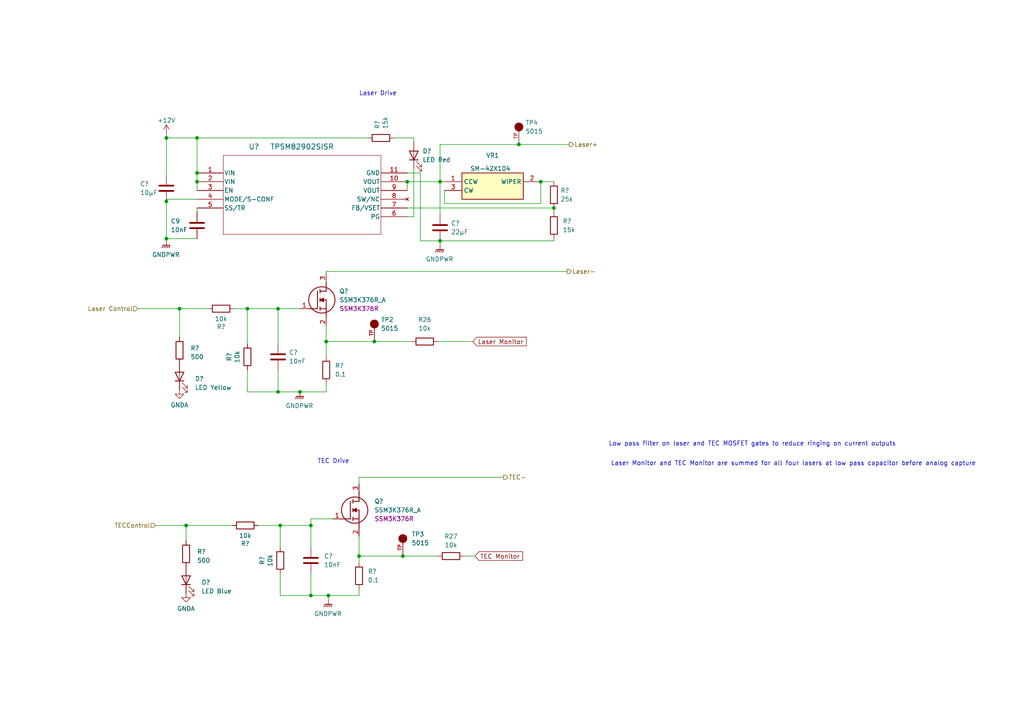
<source format=kicad_sch>
(kicad_sch (version 20230121) (generator eeschema)
  (paper "A4")
  (lib_symbols
    (symbol "Device:C" (pin_numbers hide) (pin_names (offset 0.254))
      (property "Reference" "C" (at 0.635 2.54 0))
      (property "Value" "C" (at 0.635 -2.54 0))
      (symbol "C_0_1"
        (polyline (pts (xy -2.032 -0.762) (xy 2.032 -0.762)) (stroke (width 0.508)))
        (polyline (pts (xy -2.032 0.762) (xy 2.032 0.762)) (stroke (width 0.508)))
      )
      (symbol "C_1_1"
        (pin passive line (at 0 3.81 270) (length 2.794) (name "~") (number "1"))
        (pin passive line (at 0 -3.81 90) (length 2.794) (name "~") (number "2"))
      )
    )
    (symbol "Device:LED" (pin_numbers hide) (pin_names (offset 1.016) hide)
      (property "Reference" "D" (at 0 2.54 0))
      (property "Value" "LED" (at 0 -2.54 0))
      (symbol "LED_0_1"
        (polyline (pts (xy -1.27 -1.27) (xy -1.27 1.27)) (stroke (width 0.254)))
        (polyline (pts (xy -1.27 0) (xy 1.27 0)))
        (polyline (pts (xy 1.27 -1.27) (xy 1.27 1.27) (xy -1.27 0) (xy 1.27 -1.27)) (stroke (width 0.254)))
        (polyline (pts (xy -3.048 -0.762) (xy -4.572 -2.286) (xy -3.81 -2.286) (xy -4.572 -2.286) (xy -4.572 -1.524)))
        (polyline (pts (xy -1.778 -0.762) (xy -3.302 -2.286) (xy -2.54 -2.286) (xy -3.302 -2.286) (xy -3.302 -1.524)))
      )
      (symbol "LED_1_1"
        (pin passive line (at -3.81 0 0) (length 2.54) (name "K") (number "1"))
        (pin passive line (at 3.81 0 180) (length 2.54) (name "A") (number "2"))
      )
    )
    (symbol "Device:R" (pin_numbers hide) (pin_names (offset 0))
      (property "Reference" "R" (at 2.032 0 90))
      (property "Value" "R" (at 0 0 90))
      (symbol "R_0_1"
        (rectangle (start -1.016 -2.54) (end 1.016 2.54) (stroke (width 0.254)))
      )
      (symbol "R_1_1"
        (pin passive line (at 0 3.81 270) (length 1.27) (name "~") (number "1"))
        (pin passive line (at 0 -3.81 90) (length 1.27) (name "~") (number "2"))
      )
    )
    (symbol "Global_Symbol_Library:5015" (pin_names (offset 1.016))
      (property "Reference" "TP" (at -2.54 2.54 0))
      (property "Value" "5015" (at -2.54 -3.81 0))
      (symbol "5015_0_0"
        (circle (center 0 0) (radius 0.635) (stroke (width 1.27)))
        (pin passive line (at -5.08 0 0) (length 5.08) (name "~") (number "TP"))
      )
    )
    (symbol "Global_Symbol_Library:SM-42X104"
      (property "Reference" "VR" (at 24.13 7.62 0))
      (property "Value" "SM-42X104" (at 24.13 5.08 0))
      (symbol "SM-42X104_1_1"
        (rectangle (start 5.08 2.54) (end 22.86 -5.08) (stroke (width 0.254)) (fill (type background)))
        (pin passive line (at 0 0 0) (length 5.08) (name "CCW") (number "1"))
        (pin passive line (at 27.94 0 180) (length 5.08) (name "WIPER") (number "2"))
        (pin passive line (at 0 -2.54 0) (length 5.08) (name "CW") (number "3"))
      )
    )
    (symbol "Global_Symbol_Library:SSM3K376R_A" (pin_names hide)
      (property "Reference" "Q7" (at 10.922 4.6431 0))
      (property "Value" "SSM3K376R_A" (at 10.922 2.1062 0))
      (property "Value_1" "SSM3K376R" (at 10.922 -0.4307 0))
      (symbol "SSM3K376R_A_1_1"
        (polyline (pts (xy 2.54 0) (xy 5.08 0)) (stroke (width 0.254)))
        (polyline (pts (xy 5.08 5.08) (xy 5.08 0)) (stroke (width 0.254)))
        (polyline (pts (xy 5.842 -0.508) (xy 5.842 0.508)) (stroke (width 0.254)))
        (polyline (pts (xy 5.842 0) (xy 7.62 0)) (stroke (width 0.254)))
        (polyline (pts (xy 5.842 2.032) (xy 5.842 3.048)) (stroke (width 0.254)))
        (polyline (pts (xy 5.842 5.588) (xy 5.842 4.572)) (stroke (width 0.254)))
        (polyline (pts (xy 7.62 2.54) (xy 5.842 2.54)) (stroke (width 0.254)))
        (polyline (pts (xy 7.62 2.54) (xy 7.62 -2.54)) (stroke (width 0.254)))
        (polyline (pts (xy 7.62 5.08) (xy 5.842 5.08)) (stroke (width 0.254)))
        (polyline (pts (xy 7.62 5.08) (xy 7.62 7.62)) (stroke (width 0.254)))
        (polyline (pts (xy 5.842 2.54) (xy 6.858 3.048) (xy 6.858 2.032) (xy 5.842 2.54)) (stroke (width 0.254)) (fill (type outline)))
        (circle (center 6.35 2.54) (radius 3.81) (stroke (width 0.254)))
        (pin passive line (at 0 0 0) (length 2.54) (name "G") (number "1"))
        (pin passive line (at 7.62 -5.08 90) (length 2.54) (name "S") (number "2"))
        (pin passive line (at 7.62 10.16 270) (length 2.54) (name "D") (number "3"))
      )
    )
    (symbol "Global_Symbol_Library:TPSM82902SISR_Mod" (pin_names (offset 0.254))
      (property "Reference" "U6" (at 30.48 10.16 0))
      (property "Value" "TPSM82902SISR" (at 30.48 7.62 0))
      (symbol "TPSM82902SISR_Mod_1_1"
        (polyline (pts (xy 7.62 -17.78) (xy 53.34 -17.78)) (stroke (width 0.127)))
        (polyline (pts (xy 7.62 5.08) (xy 7.62 -17.78)) (stroke (width 0.127)))
        (polyline (pts (xy 53.34 -17.78) (xy 53.34 5.08)) (stroke (width 0.127)))
        (polyline (pts (xy 53.34 5.08) (xy 7.62 5.08)) (stroke (width 0.127)))
        (pin power_in line (at 0 0 0) (length 7.62) (name "VIN") (number "1"))
        (pin output line (at 60.96 -2.54 180) (length 7.62) (name "VOUT") (number "10"))
        (pin power_in line (at 60.96 0 180) (length 7.62) (name "GND") (number "11"))
        (pin passive line (at 0 -2.54 0) (length 7.62) (name "VIN") (number "2"))
        (pin input line (at 0 -5.08 0) (length 7.62) (name "EN") (number "3"))
        (pin input line (at 0 -7.62 0) (length 7.62) (name "MODE/S-CONF") (number "4"))
        (pin input line (at 0 -10.16 0) (length 7.62) (name "SS/TR") (number "5"))
        (pin output line (at 60.96 -12.7 180) (length 7.62) (name "PG") (number "6"))
        (pin input line (at 60.96 -10.16 180) (length 7.62) (name "FB/VSET") (number "7"))
        (pin no_connect line (at 60.96 -7.62 180) (length 7.62) (name "SW/NC") (number "8"))
        (pin passive line (at 60.96 -5.08 180) (length 7.62) (name "VOUT") (number "9"))
      )
    )
    (symbol "power:+12V" (power) (pin_names (offset 0))
      (property "Value" "+12V" (at 0 3.556 0))
      (symbol "+12V_0_1"
        (polyline (pts (xy -0.762 1.27) (xy 0 2.54)))
        (polyline (pts (xy 0 0) (xy 0 2.54)))
        (polyline (pts (xy 0 2.54) (xy 0.762 1.27)))
      )
      (symbol "+12V_1_1"
        (pin power_in line (at 0 0 90) (length 0) hide (name "+12V") (number "1"))
      )
    )
    (symbol "power:GNDA" (power) (pin_names (offset 0))
      (property "Value" "GNDA" (at 0 -3.81 0))
      (symbol "GNDA_0_1"
        (polyline (pts (xy 0 0) (xy 0 -1.27) (xy 1.27 -1.27) (xy 0 -2.54) (xy -1.27 -1.27) (xy 0 -1.27)))
      )
      (symbol "GNDA_1_1"
        (pin power_in line (at 0 0 270) (length 0) hide (name "GNDA") (number "1"))
      )
    )
    (symbol "power:GNDPWR" (power) (pin_names (offset 0))
      (property "Value" "GNDPWR" (at 0 -3.302 0))
      (symbol "GNDPWR_0_1"
        (polyline (pts (xy 0 -1.27) (xy 0 0)))
        (polyline (pts (xy -1.016 -1.27) (xy -1.27 -2.032) (xy -1.27 -2.032)) (stroke (width 0.2032)))
        (polyline (pts (xy -0.508 -1.27) (xy -0.762 -2.032) (xy -0.762 -2.032)) (stroke (width 0.2032)))
        (polyline (pts (xy 0 -1.27) (xy -0.254 -2.032) (xy -0.254 -2.032)) (stroke (width 0.2032)))
        (polyline (pts (xy 0.508 -1.27) (xy 0.254 -2.032) (xy 0.254 -2.032)) (stroke (width 0.2032)))
        (polyline (pts (xy 1.016 -1.27) (xy -1.016 -1.27) (xy -1.016 -1.27)) (stroke (width 0.2032)))
        (polyline (pts (xy 1.016 -1.27) (xy 0.762 -2.032) (xy 0.762 -2.032) (xy 0.762 -2.032)) (stroke (width 0.2032)))
      )
      (symbol "GNDPWR_1_1"
        (pin power_in line (at 0 0 270) (length 0) hide (name "GNDPWR") (number "1"))
      )
    )
  )
  (junction (at 86.995 113.665))
  (junction (at 52.07 89.535))
  (junction (at 57.15 50.165))
  (junction (at 108.585 99.06))
  (junction (at 127.635 52.705))
  (junction (at 81.28 152.4))
  (junction (at 104.14 161.29))
  (junction (at 48.26 40.005))
  (junction (at 150.495 41.91))
  (junction (at 53.975 152.4))
  (junction (at 118.11 52.705))
  (junction (at 95.25 172.72))
  (junction (at 160.655 60.325))
  (junction (at 116.84 161.29))
  (junction (at 71.755 89.535))
  (junction (at 94.615 99.06))
  (junction (at 57.15 40.005))
  (junction (at 90.17 172.72))
  (junction (at 48.26 69.215))
  (junction (at 156.845 52.705))
  (junction (at 57.15 52.705))
  (junction (at 48.26 58.42))
  (junction (at 127.635 69.85))
  (junction (at 80.645 89.535))
  (junction (at 90.17 152.4))
  (junction (at 80.645 113.665))
  (wire (pts (xy 81.28 172.72) (xy 81.28 166.37)))
  (wire (pts (xy 52.07 89.535) (xy 52.07 97.79)))
  (wire (pts (xy 57.15 52.705) (xy 57.15 55.245)))
  (wire (pts (xy 164.465 78.74) (xy 94.615 78.74)))
  (wire (pts (xy 57.15 40.005) (xy 57.15 50.165)))
  (wire (pts (xy 104.14 140.335) (xy 104.14 138.43)))
  (wire (pts (xy 48.26 40.005) (xy 48.26 50.8)))
  (wire (pts (xy 86.995 113.665) (xy 80.645 113.665)))
  (wire (pts (xy 121.92 50.165) (xy 121.92 69.85)))
  (wire (pts (xy 118.11 60.325) (xy 160.655 60.325)))
  (wire (pts (xy 116.84 161.29) (xy 127 161.29)))
  (wire (pts (xy 104.14 138.43) (xy 146.05 138.43)))
  (wire (pts (xy 53.975 152.4) (xy 53.975 156.845)))
  (wire (pts (xy 90.17 166.37) (xy 90.17 172.72)))
  (wire (pts (xy 150.495 41.91) (xy 165.1 41.91)))
  (wire (pts (xy 120.015 62.865) (xy 120.015 48.895)))
  (wire (pts (xy 45.085 152.4) (xy 53.975 152.4)))
  (wire (pts (xy 90.17 152.4) (xy 90.17 158.75)))
  (wire (pts (xy 80.645 89.535) (xy 80.645 99.695)))
  (wire (pts (xy 48.26 58.42) (xy 48.26 69.215)))
  (wire (pts (xy 74.93 152.4) (xy 81.28 152.4)))
  (wire (pts (xy 67.945 89.535) (xy 71.755 89.535)))
  (wire (pts (xy 81.28 152.4) (xy 90.17 152.4)))
  (wire (pts (xy 71.755 113.665) (xy 80.645 113.665)))
  (wire (pts (xy 114.3 40.005) (xy 120.015 40.005)))
  (wire (pts (xy 127.635 69.85) (xy 160.655 69.85)))
  (wire (pts (xy 71.755 113.665) (xy 71.755 107.315)))
  (wire (pts (xy 52.07 89.535) (xy 60.325 89.535)))
  (wire (pts (xy 71.755 89.535) (xy 80.645 89.535)))
  (wire (pts (xy 104.14 161.29) (xy 104.14 163.195)))
  (wire (pts (xy 48.26 69.215) (xy 48.26 69.85)))
  (wire (pts (xy 108.585 99.06) (xy 119.38 99.06)))
  (wire (pts (xy 121.92 69.85) (xy 127.635 69.85)))
  (wire (pts (xy 57.15 40.005) (xy 106.68 40.005)))
  (wire (pts (xy 118.11 62.865) (xy 120.015 62.865)))
  (wire (pts (xy 57.15 57.785) (xy 48.26 57.785)))
  (wire (pts (xy 94.615 78.74) (xy 94.615 79.375)))
  (wire (pts (xy 57.15 50.165) (xy 57.15 52.705)))
  (wire (pts (xy 104.14 172.72) (xy 95.25 172.72)))
  (wire (pts (xy 134.62 161.29) (xy 137.795 161.29)))
  (wire (pts (xy 48.26 38.735) (xy 48.26 40.005)))
  (wire (pts (xy 80.645 107.315) (xy 80.645 113.665)))
  (wire (pts (xy 94.615 99.06) (xy 108.585 99.06)))
  (wire (pts (xy 128.905 59.055) (xy 128.905 55.245)))
  (wire (pts (xy 90.17 150.495) (xy 90.17 152.4)))
  (wire (pts (xy 71.755 89.535) (xy 71.755 99.695)))
  (wire (pts (xy 120.015 40.005) (xy 120.015 41.275)))
  (wire (pts (xy 118.11 52.705) (xy 127.635 52.705)))
  (wire (pts (xy 127 99.06) (xy 137.16 99.06)))
  (wire (pts (xy 104.14 155.575) (xy 104.14 161.29)))
  (wire (pts (xy 94.615 94.615) (xy 94.615 99.06)))
  (wire (pts (xy 94.615 99.06) (xy 94.615 103.505)))
  (wire (pts (xy 156.845 52.705) (xy 160.655 52.705)))
  (wire (pts (xy 94.615 113.665) (xy 94.615 111.125)))
  (wire (pts (xy 127.635 41.91) (xy 127.635 52.705)))
  (wire (pts (xy 104.14 161.29) (xy 116.84 161.29)))
  (wire (pts (xy 118.11 50.165) (xy 121.92 50.165)))
  (wire (pts (xy 48.26 40.005) (xy 57.15 40.005)))
  (wire (pts (xy 81.28 172.72) (xy 90.17 172.72)))
  (wire (pts (xy 80.645 89.535) (xy 86.995 89.535)))
  (wire (pts (xy 57.15 60.325) (xy 57.15 61.595)))
  (wire (pts (xy 127.635 52.705) (xy 127.635 62.23)))
  (wire (pts (xy 48.26 69.215) (xy 57.15 69.215)))
  (wire (pts (xy 81.28 152.4) (xy 81.28 158.75)))
  (wire (pts (xy 160.655 69.85) (xy 160.655 69.215)))
  (wire (pts (xy 40.005 89.535) (xy 52.07 89.535)))
  (wire (pts (xy 95.25 172.72) (xy 90.17 172.72)))
  (wire (pts (xy 127.635 71.12) (xy 127.635 69.85)))
  (wire (pts (xy 104.14 172.72) (xy 104.14 170.815)))
  (wire (pts (xy 127.635 52.705) (xy 128.905 52.705)))
  (wire (pts (xy 53.975 152.4) (xy 67.31 152.4)))
  (wire (pts (xy 128.905 59.055) (xy 156.845 59.055)))
  (wire (pts (xy 156.845 59.055) (xy 156.845 52.705)))
  (wire (pts (xy 127.635 41.91) (xy 150.495 41.91)))
  (wire (pts (xy 90.17 150.495) (xy 96.52 150.495)))
  (wire (pts (xy 118.11 52.705) (xy 118.11 55.245)))
  (wire (pts (xy 48.26 57.785) (xy 48.26 58.42)))
  (wire (pts (xy 94.615 113.665) (xy 86.995 113.665)))
  (wire (pts (xy 95.25 172.72) (xy 95.25 173.99)))
  (wire (pts (xy 160.655 61.595) (xy 160.655 60.325)))
  (text "TEC Drive" (at 92.075 134.62 0) (effects (font (size 1.27 1.27)) (justify left bottom)))
  (text "Laser Drive" (at 104.14 27.94 0) (effects (font (size 1.27 1.27)) (justify left bottom)))
  (text "Laser Monitor and TEC Monitor are summed for all four lasers at low pass capacitor before analog capture" (at 177.165 135.255 0) (effects (font (size 1.27 1.27)) (justify left bottom)))
  (text "Low pass filter on laser and TEC MOSFET gates to reduce ringing on current outputs" (at 176.53 129.54 0) (effects (font (size 1.27 1.27)) (justify left bottom)))
  (global_label "TEC Monitor" (shape input) (at 137.795 161.29 0) (property "Intersheetrefs" "${INTERSHEET_REFS}" (effects hide)))
  (global_label "Laser Monitor" (shape input) (at 137.16 99.06 0) (property "Intersheetrefs" "${INTERSHEET_REFS}" (effects hide)))
  (hierarchical_label "Laser Control" (shape input) (at 40.005 89.535 180))
  (hierarchical_label "Laser-" (shape output) (at 164.465 78.74 0))
  (hierarchical_label "TECControl" (shape input) (at 45.085 152.4 180))
  (hierarchical_label "TEC-" (shape output) (at 146.05 138.43 0))
  (hierarchical_label "Laser+" (shape output) (at 165.1 41.91 0))
  (symbol (lib_id "Global_Symbol_Library:TPSM82902SISR_Mod") (at 57.15 50.165 0) (unit 1)
    (property "Reference" "U?" (at 73.66 42.545 0) (effects (font (size 1.524 1.524))))
    (property "Value" "TPSM82902SISR" (at 87.63 42.545 0) (effects (font (size 1.524 1.524))))
    (property "Footprint" "Global_Footprint_Library:uSIP11_SIS_TEX" (effects hide))
    (property "Datasheet" "https://www.ti.com/lit/ds/symlink/tpsm82902.pdf" (effects hide))
    (property "DESCRIPTION" "3-V TO 17-V, 2-A HIGH EFFICIENCY" (effects hide))
    (property "Digikey_Part_Number" "296-TPSM82902SISRCT-ND" (effects hide))
    (property "Manufacturer Part Number" "TPSM82902SISR" (effects hide))
    (property "PRICE" "3.678" (effects hide))
    (property "Manufacturer_Name" "Texas Instruments" (effects hide))
    (instances (project "HSHS Interface Board" (path "" (reference "U?") (unit 1)) (path "" (reference "U2") (unit 1)) (path "" (reference "U3") (unit 1)) (path "" (reference "U4") (unit 1)) (path "" (reference "U5") (unit 1))))
  )
  (symbol (lib_id "power:GNDPWR") (at 86.995 113.665 0) (unit 1)
    (property "Reference" "#PWR?" (effects hide))
    (property "Value" "GNDPWR" (at 86.868 117.702 0))
    (instances (project "uniboard_hall_sensor_zones_NT_0108A" (path "" (reference "#PWR?") (unit 1))) (project "HSHS Interface Board" (path "" (reference "#PWR?") (unit 1)) (path "" (reference "#PWR032") (unit 1)) (path "" (reference "#PWR039") (unit 1)) (path "" (reference "#PWR046") (unit 1)) (path "" (reference "#PWR025") (unit 1))))
  )
  (symbol (lib_id "power:GNDPWR") (at 127.635 71.12 0) (unit 1)
    (property "Reference" "#PWR?" (effects hide))
    (property "Value" "GNDPWR" (at 127.508 75.157 0))
    (instances (project "uniboard_hall_sensor_zones_NT_0108A" (path "" (reference "#PWR?") (unit 1))) (project "HSHS Interface Board" (path "" (reference "#PWR?") (unit 1)) (path "" (reference "#PWR034") (unit 1)) (path "" (reference "#PWR041") (unit 1)) (path "" (reference "#PWR048") (unit 1)) (path "" (reference "#PWR027") (unit 1))))
  )
  (symbol (lib_id "power:GNDA") (at 53.975 172.085 0) (unit 1)
    (property "Reference" "#PWR?" (effects hide))
    (property "Value" "GNDA" (at 53.975 176.5284 0))
    (instances (project "uniboard_hall_sensor_zones_NT_0108A" (path "" (reference "#PWR?") (unit 1))) (project "HSHS Interface Board" (path "" (reference "#PWR?") (unit 1)) (path "" (reference "#PWR031") (unit 1)) (path "" (reference "#PWR038") (unit 1)) (path "" (reference "#PWR045") (unit 1)) (path "" (reference "#PWR024") (unit 1))))
  )
  (symbol (lib_id "Device:R") (at 64.135 89.535 90) (unit 1)
    (property "Reference" "R?" (at 64.135 94.7928 90))
    (property "Value" "10k" (at 64.135 92.4814 90))
    (property "Footprint" "Resistor_SMD:R_0603_1608Metric" (effects hide))
    (property "Manufacturer Part Number" "RMCF0603FT10K0" (effects hide))
    (property "Price Unit 1" ".1" (effects hide))
    (property "Description" "RES 499 OHM 1% 1/10W 0603" (effects hide))
    (property "Digikey_Part_Number" "RMCF0603FT10K0CT-ND" (effects hide))
    (property "Digikey_Price/Stock" "https://www.digikey.com/en/products/detail/yageo/RC0603FR-10499RL/14008359" (effects hide))
    (property "Manufacturer_Name" "Yageo" (effects hide))
    (property "Manufacturer_Part_Number" "RC0603FR-10499RL" (effects hide))
    (property "DESCRIPTION" "RES 10K OHM 1% 1/10W 0603" (effects hide))
    (property "PRICE" "0.0075" (effects hide))
    (instances (project "uniboard_hall_sensor_zones_NT_0108A" (path "" (reference "R?") (unit 1)) (path "" (reference "R?") (unit 1)) (path "" (reference "R?") (unit 1)) (path "" (reference "R?") (unit 1)) (path "" (reference "R?") (unit 1)) (path "" (reference "R?") (unit 1)) (path "" (reference "R?") (unit 1)) (path "" (reference "R?") (unit 1))) (project "HSHS Interface Board" (path "" (reference "R?") (unit 1)) (path "" (reference "R19") (unit 1)) (path "" (reference "R32") (unit 1)) (path "" (reference "R45") (unit 1)) (path "" (reference "R58") (unit 1))))
  )
  (symbol (lib_id "Device:C") (at 48.26 54.61 0) (unit 1)
    (property "Reference" "C?" (at 40.64 53.34 0) (effects (justify left)))
    (property "Value" "10µF" (at 40.64 55.88 0) (effects (justify left)))
    (property "Footprint" "Capacitor_SMD:C_0805_2012Metric" (effects hide))
    (property "Digikey_Part_Number" "1276-1096-1-ND" (effects hide))
    (property "DESCRIPTION" "CAP CER 10UF 16V X5R 0805" (effects hide))
    (property "Manufacturer Part Number" "CL21A106KOQNNNE" (effects hide))
    (property "PRICE" "0.07" (effects hide))
    (instances (project "HSHS Interface Board" (path "" (reference "C?") (unit 1)) (path "" (reference "C8") (unit 1)) (path "" (reference "C13") (unit 1)) (path "" (reference "C18") (unit 1)) (path "" (reference "C23") (unit 1))))
  )
  (symbol (lib_id "power:+12V") (at 48.26 38.735 0) (unit 1)
    (property "Reference" "#PWR?" (effects hide))
    (property "Value" "+12V" (at 48.26 34.925 0))
    (instances (project "HSHS Interface Board" (path "" (reference "#PWR?") (unit 1)) (path "" (reference "#PWR028") (unit 1)) (path "" (reference "#PWR035") (unit 1)) (path "" (reference "#PWR042") (unit 1)) (path "" (reference "#PWR021") (unit 1))))
  )
  (symbol (lib_id "Device:R") (at 94.615 107.315 0) (unit 1)
    (property "Reference" "R?" (at 97.155 106.045 0) (effects (justify left)))
    (property "Value" "0.1" (at 97.155 108.585 0) (effects (justify left)))
    (property "Footprint" "Resistor_SMD:R_0805_2012Metric" (effects hide))
    (property "DESCRIPTION" "RES 0.1 OHM 1% 1/3W 0805" (effects hide))
    (property "Digikey_Part_Number" "RL12S.10FCT-ND" (effects hide))
    (property "Manufacturer Part Number" "RL1220S-R10-F" (effects hide))
    (property "PRICE" "0.1318" (effects hide))
    (instances (project "HSHS Interface Board" (path "" (reference "R?") (unit 1)) (path "" (reference "R23") (unit 1)) (path "" (reference "R36") (unit 1)) (path "" (reference "R49") (unit 1)) (path "" (reference "R62") (unit 1))))
  )
  (symbol (lib_id "Device:R") (at 71.12 152.4 90) (unit 1)
    (property "Reference" "R?" (at 71.12 157.6578 90))
    (property "Value" "10k" (at 71.12 155.3464 90))
    (property "Footprint" "Resistor_SMD:R_0603_1608Metric" (effects hide))
    (property "Manufacturer Part Number" "RMCF0603FT10K0" (effects hide))
    (property "Price Unit 1" ".1" (effects hide))
    (property "Description" "RES 499 OHM 1% 1/10W 0603" (effects hide))
    (property "Digikey_Part_Number" "RMCF0603FT10K0CT-ND" (effects hide))
    (property "Digikey_Price/Stock" "https://www.digikey.com/en/products/detail/yageo/RC0603FR-10499RL/14008359" (effects hide))
    (property "Manufacturer_Name" "Yageo" (effects hide))
    (property "Manufacturer_Part_Number" "RC0603FR-10499RL" (effects hide))
    (property "DESCRIPTION" "RES 10K OHM 1% 1/10W 0603" (effects hide))
    (property "PRICE" "0.0075" (effects hide))
    (instances (project "uniboard_hall_sensor_zones_NT_0108A" (path "" (reference "R?") (unit 1)) (path "" (reference "R?") (unit 1)) (path "" (reference "R?") (unit 1)) (path "" (reference "R?") (unit 1)) (path "" (reference "R?") (unit 1)) (path "" (reference "R?") (unit 1)) (path "" (reference "R?") (unit 1)) (path "" (reference "R?") (unit 1))) (project "HSHS Interface Board" (path "" (reference "R?") (unit 1)) (path "" (reference "R20") (unit 1)) (path "" (reference "R33") (unit 1)) (path "" (reference "R46") (unit 1)) (path "" (reference "R59") (unit 1))))
  )
  (symbol (lib_id "Device:R") (at 110.49 40.005 90) (unit 1)
    (property "Reference" "R?" (at 109.4486 37.465 0) (effects (justify left)))
    (property "Value" "15k" (at 111.76 37.465 0) (effects (justify left)))
    (property "Footprint" "Resistor_SMD:R_0603_1608Metric" (effects hide))
    (property "Description" "RES 2.2K OHM 1% 1/10W 0603" (effects hide))
    (property "Manufacturer Part Number" "RC0603FR-0715KL" (effects hide))
    (property "Price Unit 1" ".1" (effects hide))
    (property "Digikey_Part_Number" "311-15.0KHRCT-ND" (effects hide))
    (property "Digikey_Price/Stock" "https://www.digikey.com/en/products/detail/yageo/RC0603FR-132K2L/13694214" (effects hide))
    (property "Manufacturer_Name" "Yageo" (effects hide))
    (property "Manufacturer_Part_Number" "RC0603FR-132K2L" (effects hide))
    (property "DESCRIPTION" "RES 15K OHM 1% 1/10W 0603" (effects hide))
    (property "PRICE" "0.0093" (effects hide))
    (instances (project "uniboard_hall_sensor_zones_NT_0108A" (path "" (reference "R?") (unit 1))) (project "HSHS Interface Board" (path "" (reference "R?") (unit 1)) (path "" (reference "R38") (unit 1)) (path "" (reference "R51") (unit 1)) (path "" (reference "R64") (unit 1)) (path "" (reference "R25") (unit 1))))
  )
  (symbol (lib_id "Device:C") (at 90.17 162.56 0) (unit 1)
    (property "Reference" "C?" (at 93.98 161.29 0) (effects (justify left)))
    (property "Value" "10nF" (at 93.98 163.83 0) (effects (justify left)))
    (property "Footprint" "Capacitor_SMD:C_0603_1608Metric" (effects hide))
    (property "Digikey_Part_Number" "399-C0603C103K3RAC7867CT-ND" (effects hide))
    (property "DESCRIPTION" "CAP CER 10000PF 25V X7R 0603" (effects hide))
    (property "Manufacturer Part Number" "C0603C103K3RAC7867" (effects hide))
    (property "PRICE" "0.0263" (effects hide))
    (instances (project "HSHS Interface Board" (path "" (reference "C?") (unit 1)) (path "" (reference "C11") (unit 1)) (path "" (reference "C16") (unit 1)) (path "" (reference "C21") (unit 1)) (path "" (reference "C26") (unit 1))))
  )
  (symbol (lib_id "Device:R") (at 52.07 101.6 0) (unit 1)
    (property "Reference" "R?" (at 55.245 100.9681 0) (effects (justify left)))
    (property "Value" "500" (at 55.245 103.505 0) (effects (justify left)))
    (property "Footprint" "Resistor_SMD:R_0603_1608Metric" (effects hide))
    (property "Description" "RES 499 OHM 1% 1/10W 0603" (effects hide))
    (property "Digikey_Part_Number" "13-RC0603FR-10499RLCT-ND" (effects hide))
    (property "Digikey_Price/Stock" "https://www.digikey.com/en/products/detail/yageo/RC0603FR-10499RL/14008359" (effects hide))
    (property "Manufacturer_Name" "Yageo" (effects hide))
    (property "Manufacturer_Part_Number" "RC0603FR-10499RL" (effects hide))
    (property "Price Unit 1" ".1" (effects hide))
    (property "DESCRIPTION" "RES 499 OHM 1% 1/10W 0603" (effects hide))
    (property "Manufacturer Part Number" "RC0603FR-10499RL" (effects hide))
    (property "PRICE" "0.0112" (effects hide))
    (instances (project "uniboard_hall_sensor_zones_NT_0108A" (path "" (reference "R?") (unit 1))) (project "HSHS Interface Board" (path "" (reference "R?") (unit 1)) (path "" (reference "R30") (unit 1)) (path "" (reference "R43") (unit 1)) (path "" (reference "R56") (unit 1)) (path "" (reference "R17") (unit 1))))
  )
  (symbol (lib_id "Device:R") (at 104.14 167.005 0) (unit 1)
    (property "Reference" "R?" (at 106.68 165.735 0) (effects (justify left)))
    (property "Value" "0.1" (at 106.68 168.275 0) (effects (justify left)))
    (property "Footprint" "Resistor_SMD:R_0805_2012Metric" (effects hide))
    (property "DESCRIPTION" "RES 0.1 OHM 1% 1/3W 0805" (effects hide))
    (property "Digikey_Part_Number" "RL12S.10FCT-ND" (effects hide))
    (property "Manufacturer Part Number" "RL1220S-R10-F" (effects hide))
    (property "PRICE" "0.1318" (effects hide))
    (instances (project "HSHS Interface Board" (path "" (reference "R?") (unit 1)) (path "" (reference "R24") (unit 1)) (path "" (reference "R37") (unit 1)) (path "" (reference "R50") (unit 1)) (path "" (reference "R63") (unit 1))))
  )
  (symbol (lib_id "Device:R") (at 160.655 65.405 0) (unit 1)
    (property "Reference" "R?" (at 163.195 64.135 0) (effects (justify left)))
    (property "Value" "15k" (at 163.195 66.675 0) (effects (justify left)))
    (property "Footprint" "Resistor_SMD:R_0603_1608Metric" (effects hide))
    (property "DESCRIPTION" "RES 15K OHM 1% 1/10W 0603" (effects hide))
    (property "Digikey_Part_Number" "311-15.0KHRCT-ND" (effects hide))
    (property "Manufacturer Part Number" "RC0603FR-0715KL" (effects hide))
    (property "PRICE" "0.0093" (effects hide))
    (instances (project "HSHS Interface Board" (path "" (reference "R?") (unit 1)) (path "" (reference "R29") (unit 1)) (path "" (reference "R42") (unit 1)) (path "" (reference "R55") (unit 1)) (path "" (reference "R68") (unit 1))))
  )
  (symbol (lib_id "power:GNDPWR") (at 95.25 173.99 0) (unit 1)
    (property "Reference" "#PWR?" (effects hide))
    (property "Value" "GNDPWR" (at 95.123 178.027 0))
    (instances (project "uniboard_hall_sensor_zones_NT_0108A" (path "" (reference "#PWR?") (unit 1))) (project "HSHS Interface Board" (path "" (reference "#PWR?") (unit 1)) (path "" (reference "#PWR033") (unit 1)) (path "" (reference "#PWR040") (unit 1)) (path "" (reference "#PWR047") (unit 1)) (path "" (reference "#PWR026") (unit 1))))
  )
  (symbol (lib_id "Global_Symbol_Library:SM-42X104") (at 128.905 52.705 0) (unit 1)
    (property "Reference" "VR1" (at 142.875 45.085 0))
    (property "Value" "SM-42X104" (at 142.24 48.895 0))
    (property "Footprint" "Global_Footprint_Library:SM42X104" (effects hide))
    (property "Datasheet" "https://www.nidec-copal-electronics.com/j/catalog/trimmer/sm-42&sm-43.pdf" (effects hide))
    (property "Height" "5.6" (effects hide))
    (property "Manufacturer_Name" "NIDEC COPAL" (effects hide))
    (property "Manufacturer_Part_Number" "SM-42X104" (effects hide))
    (property "Mouser Part Number" "229-SM-42X104" (effects hide))
    (property "Mouser Price/Stock" "https://www.mouser.co.uk/ProductDetail/Nidec-Copal/SM-42X104?qs=XeJtXLiO41RrA2qtCLniIg%3D%3D" (effects hide))
    (property "DESCRIPTION" "TRIMMER 100K OHM 0.25W GW TOP" (effects hide))
    (property "Digikey_Part_Number" "SM-42TX104CT-ND" (effects hide))
    (property "Manufacturer Part Number" "SM-42TX104" (effects hide))
    (property "PRICE" "3.874" (effects hide))
    (instances (project "HSHS Interface Board" (path "" (reference "VR1") (unit 1)) (path "" (reference "VR2") (unit 1)) (path "" (reference "VR3") (unit 1)) (path "" (reference "VR4") (unit 1))))
  )
  (symbol (lib_id "Device:C") (at 80.645 103.505 0) (unit 1)
    (property "Reference" "C?" (at 83.82 102.235 0) (effects (justify left)))
    (property "Value" "10nF" (at 83.82 104.775 0) (effects (justify left)))
    (property "Footprint" "Capacitor_SMD:C_0603_1608Metric" (effects hide))
    (property "Digikey_Part_Number" "399-C0603C103K3RAC7867CT-ND" (effects hide))
    (property "DESCRIPTION" "CAP CER 10000PF 25V X7R 0603" (effects hide))
    (property "Manufacturer Part Number" "C0603C103K3RAC7867" (effects hide))
    (property "PRICE" "0.0263" (effects hide))
    (instances (project "HSHS Interface Board" (path "" (reference "C?") (unit 1)) (path "" (reference "C10") (unit 1)) (path "" (reference "C15") (unit 1)) (path "" (reference "C20") (unit 1)) (path "" (reference "C25") (unit 1))))
  )
  (symbol (lib_id "Device:LED") (at 53.975 168.275 90) (unit 1)
    (property "Reference" "D?" (at 58.42 168.9131 90) (effects (justify right)))
    (property "Value" "LED Blue" (at 58.42 171.45 90) (effects (justify right)))
    (property "Footprint" "Diode_SMD:D_0603_1608Metric" (effects hide))
    (property "Datasheet" "https://www.kingbrightusa.com/images/catalog/SPEC/AA1608QBS-D-10MAV.pdf" (effects hide))
    (property "Description" "1.6X0.8MM BLUE SMD LED" (effects hide))
    (property "Digikey_Part_Number" "754-AA1608QBS/D-10MAVCT-ND" (effects hide))
    (property "Digikey_Price/Stock" "https://www.digikey.com/en/products/detail/kingbright/AA1608QBS-D-10MAV/13997416?s=N4IgTCBcDaIOwFYAsBaAgmgjANgAwA4BFAIQGUB6AERU1wFk0A1AYQBUUA5SkAXQF8gA" (effects hide))
    (property "Manufacturer_Name" "Kingbright" (effects hide))
    (property "Manufacturer_Part_Number" "AA1608QBS/D-10MAV" (effects hide))
    (property "Price Unit 1" "0.51" (effects hide))
    (property "DESCRIPTION" "LED BLUE CLEAR 0603 SMD" (effects hide))
    (property "Manufacturer Part Number" "AA1608QBS/D-10MAV" (effects hide))
    (property "PRICE" "0.315" (effects hide))
    (instances (project "uniboard_hall_sensor_zones_NT_0108A" (path "" (reference "D?") (unit 1))) (project "HSHS Interface Board" (path "" (reference "D?") (unit 1)) (path "" (reference "D10") (unit 1)) (path "" (reference "D13") (unit 1)) (path "" (reference "D16") (unit 1)) (path "" (reference "D7") (unit 1))))
  )
  (symbol (lib_id "Device:C") (at 57.15 65.405 0) (unit 1)
    (property "Reference" "C9" (at 49.53 64.135 0) (effects (justify left)))
    (property "Value" "10nF" (at 49.53 66.675 0) (effects (justify left)))
    (property "Footprint" "Capacitor_SMD:C_0603_1608Metric" (effects hide))
    (property "Digikey_Part_Number" "399-C0603C103K3RAC7867CT-ND" (effects hide))
    (property "DESCRIPTION" "CAP CER 10000PF 25V X7R 0603" (effects hide))
    (property "Manufacturer Part Number" "C0603C103K3RAC7867" (effects hide))
    (property "PRICE" "0.0263" (effects hide))
    (instances (project "HSHS Interface Board" (path "" (reference "C9") (unit 1)) (path "" (reference "C14") (unit 1)) (path "" (reference "C19") (unit 1)) (path "" (reference "C24") (unit 1))))
  )
  (symbol (lib_id "Global_Symbol_Library:SSM3K376R_A") (at 86.995 89.535 0) (unit 1)
    (property "Reference" "Q?" (at 98.425 84.455 0) (effects (justify left)))
    (property "Value" "SSM3K376R_A" (at 98.425 86.995 0) (effects (justify left)))
    (property "Footprint" "Global_Footprint_Library:SSM3K376R_Mod_A" (effects hide))
    (property "Datasheet" "https://toshiba.semicon-storage.com/info/SSM3K376R_datasheet_en_20210528.pdf?did=60463&prodName=SSM3K376R" (effects hide))
    (property "Value_1" "SSM3K376R" (at 98.425 89.535 0) (effects (justify left)))
    (property "Footprint_1" "SOTFL95P240X88-3N" (effects hide))
    (property "Datasheet_1" "https://toshiba.semicon-storage.com/info/docget.jsp?did=60463&prodName=SSM3K376R" (effects hide))
    (property "Height" ".8" (effects hide))
    (property "Manufacturer_Name" "Toshiba Semiconductor and Storage" (effects hide))
    (property "Manufacturer_Part_Number" "SSM3K376R,LF" (effects hide))
    (property "Description" "MOSFET N-CH 30V 4A SOT23F" (effects hide))
    (property "Digikey_Part_Number" "SSM3K376RLFTR-ND" (effects hide))
    (property "Digikey_Price/Stock" "https://www.digikey.com/en/products/detail/toshiba-semiconductor-and-storage/SSM3K376R-LF/9472331" (effects hide))
    (property "Price Unit 1" ".43" (effects hide))
    (property "Vendor Web Page" "https://toshiba.semicon-storage.com/us/semiconductor/product/mosfets/detail.SSM3K376R.html" (effects hide))
    (property "DESCRIPTION" "MOSFET N-CH 30V 4A SOT23F" (effects hide))
    (property "Manufacturer Part Number" "SSM3K376R,LF" (effects hide))
    (property "PRICE" "0.289" (effects hide))
    (instances (project "uniboard_hall_sensor_zones_NT_0108A" (path "" (reference "Q?") (unit 1)) (path "" (reference "Q?") (unit 1)) (path "" (reference "Q?") (unit 1)) (path "" (reference "Q?") (unit 1)) (path "" (reference "Q?") (unit 1)) (path "" (reference "Q?") (unit 1)) (path "" (reference "Q?") (unit 1)) (path "" (reference "Q?") (unit 1))) (project "HSHS Interface Board" (path "" (reference "Q?") (unit 1)) (path "" (reference "Q2") (unit 1)) (path "" (reference "Q4") (unit 1)) (path "" (reference "Q6") (unit 1)) (path "" (reference "Q8") (unit 1))))
  )
  (symbol (lib_id "power:GNDPWR") (at 48.26 69.85 0) (unit 1)
    (property "Reference" "#PWR?" (effects hide))
    (property "Value" "GNDPWR" (at 48.133 73.887 0))
    (instances (project "uniboard_hall_sensor_zones_NT_0108A" (path "" (reference "#PWR?") (unit 1))) (project "HSHS Interface Board" (path "" (reference "#PWR?") (unit 1)) (path "" (reference "#PWR029") (unit 1)) (path "" (reference "#PWR036") (unit 1)) (path "" (reference "#PWR043") (unit 1)) (path "" (reference "#PWR022") (unit 1))))
  )
  (symbol (lib_id "Device:LED") (at 120.015 45.085 90) (unit 1)
    (property "Reference" "D?" (at 122.555 43.8181 90) (effects (justify right)))
    (property "Value" "LED Red" (at 122.555 46.355 90) (effects (justify right)))
    (property "Footprint" "Diode_SMD:D_0603_1608Metric" (effects hide))
    (property "Datasheet" "https://www.kingbrightusa.com/images/catalog/SPEC/AA1608SURSK.pdf" (effects hide))
    (property "Description" "1.6X0.8MM BLUE SMD LED" (effects hide))
    (property "Digikey_Part_Number" "754-AA1608SURSKCT-ND" (effects hide))
    (property "Digikey_Price/Stock" "https://www.digikey.com/en/products/detail/kingbright/AA1608QBS-D-10MAV/13997416?s=N4IgTCBcDaIOwFYAsBaAgmgjANgAwA4BFAIQGUB6AERU1wFk0A1AYQBUUA5SkAXQF8gA" (effects hide))
    (property "Manufacturer_Name" "Kingbright" (effects hide))
    (property "Manufacturer_Part_Number" "AA1608QBS/D-10MAV" (effects hide))
    (property "Price Unit 1" "0.51" (effects hide))
    (property "DESCRIPTION" "LED RED CLEAR 0603 SMD" (effects hide))
    (property "Manufacturer Part Number" "AA1608SURSK" (effects hide))
    (property "PRICE" "0.315" (effects hide))
    (instances (project "uniboard_hall_sensor_zones_NT_0108A" (path "" (reference "D?") (unit 1))) (project "HSHS Interface Board" (path "" (reference "D?") (unit 1)) (path "" (reference "D11") (unit 1)) (path "" (reference "D14") (unit 1)) (path "" (reference "D17") (unit 1)) (path "" (reference "D8") (unit 1))))
  )
  (symbol (lib_id "Device:R") (at 130.81 161.29 270) (unit 1)
    (property "Reference" "R27" (at 130.81 155.575 90))
    (property "Value" "10k" (at 130.81 158.115 90))
    (property "Footprint" "Resistor_SMD:R_0603_1608Metric" (effects hide))
    (property "DESCRIPTION" "RES 10K OHM 1% 1/10W 0603" (effects hide))
    (property "Digikey_Part_Number" "RMCF0603FT10K0CT-ND" (effects hide))
    (property "Manufacturer Part Number" "RMCF0603FT10K0" (effects hide))
    (property "PRICE" "0.0075" (effects hide))
    (instances (project "HSHS Interface Board" (path "" (reference "R27") (unit 1)) (path "" (reference "R40") (unit 1)) (path "" (reference "R53") (unit 1)) (path "" (reference "R66") (unit 1))))
  )
  (symbol (lib_id "Device:R") (at 53.975 160.655 0) (unit 1)
    (property "Reference" "R?" (at 57.15 160.0231 0) (effects (justify left)))
    (property "Value" "500" (at 57.15 162.56 0) (effects (justify left)))
    (property "Footprint" "Resistor_SMD:R_0603_1608Metric" (effects hide))
    (property "Description" "RES 499 OHM 1% 1/10W 0603" (effects hide))
    (property "Digikey_Part_Number" "13-RC0603FR-10499RLCT-ND" (effects hide))
    (property "Digikey_Price/Stock" "https://www.digikey.com/en/products/detail/yageo/RC0603FR-10499RL/14008359" (effects hide))
    (property "Manufacturer_Name" "Yageo" (effects hide))
    (property "Manufacturer_Part_Number" "RC0603FR-10499RL" (effects hide))
    (property "Price Unit 1" ".1" (effects hide))
    (property "DESCRIPTION" "RES 499 OHM 1% 1/10W 0603" (effects hide))
    (property "Manufacturer Part Number" "RC0603FR-10499RL" (effects hide))
    (property "PRICE" "0.0112" (effects hide))
    (instances (project "uniboard_hall_sensor_zones_NT_0108A" (path "" (reference "R?") (unit 1))) (project "HSHS Interface Board" (path "" (reference "R?") (unit 1)) (path "" (reference "R31") (unit 1)) (path "" (reference "R44") (unit 1)) (path "" (reference "R57") (unit 1)) (path "" (reference "R18") (unit 1))))
  )
  (symbol (lib_id "Device:R") (at 123.19 99.06 270) (unit 1)
    (property "Reference" "R26" (at 123.19 92.71 90))
    (property "Value" "10k" (at 123.19 95.25 90))
    (property "Footprint" "Resistor_SMD:R_0603_1608Metric" (effects hide))
    (property "DESCRIPTION" "RES 10K OHM 1% 1/10W 0603" (effects hide))
    (property "Digikey_Part_Number" "RMCF0603FT10K0CT-ND" (effects hide))
    (property "Manufacturer Part Number" "RMCF0603FT10K0" (effects hide))
    (property "PRICE" "0.0075" (effects hide))
    (instances (project "HSHS Interface Board" (path "" (reference "R26") (unit 1)) (path "" (reference "R39") (unit 1)) (path "" (reference "R52") (unit 1)) (path "" (reference "R65") (unit 1))))
  )
  (symbol (lib_id "power:GNDA") (at 52.07 113.03 0) (unit 1)
    (property "Reference" "#PWR?" (effects hide))
    (property "Value" "GNDA" (at 52.07 117.4734 0))
    (instances (project "uniboard_hall_sensor_zones_NT_0108A" (path "" (reference "#PWR?") (unit 1))) (project "HSHS Interface Board" (path "" (reference "#PWR?") (unit 1)) (path "" (reference "#PWR030") (unit 1)) (path "" (reference "#PWR037") (unit 1)) (path "" (reference "#PWR044") (unit 1)) (path "" (reference "#PWR023") (unit 1))))
  )
  (symbol (lib_id "Global_Symbol_Library:SSM3K376R_A") (at 96.52 150.495 0) (unit 1)
    (property "Reference" "Q?" (at 108.585 145.415 0) (effects (justify left)))
    (property "Value" "SSM3K376R_A" (at 108.585 147.955 0) (effects (justify left)))
    (property "Footprint" "Global_Footprint_Library:SSM3K376R_Mod_A" (effects hide))
    (property "Datasheet" "https://toshiba.semicon-storage.com/info/SSM3K376R_datasheet_en_20210528.pdf?did=60463&prodName=SSM3K376R" (effects hide))
    (property "Value_1" "SSM3K376R" (at 108.585 150.495 0) (effects (justify left)))
    (property "Footprint_1" "SOTFL95P240X88-3N" (effects hide))
    (property "Datasheet_1" "https://toshiba.semicon-storage.com/info/docget.jsp?did=60463&prodName=SSM3K376R" (effects hide))
    (property "Height" ".8" (effects hide))
    (property "Manufacturer_Name" "Toshiba Semiconductor and Storage" (effects hide))
    (property "Manufacturer_Part_Number" "SSM3K376R,LF" (effects hide))
    (property "Description" "MOSFET N-CH 30V 4A SOT23F" (effects hide))
    (property "Digikey_Part_Number" "SSM3K376RLFTR-ND" (effects hide))
    (property "Digikey_Price/Stock" "https://www.digikey.com/en/products/detail/toshiba-semiconductor-and-storage/SSM3K376R-LF/9472331" (effects hide))
    (property "Price Unit 1" ".43" (effects hide))
    (property "Vendor Web Page" "https://toshiba.semicon-storage.com/us/semiconductor/product/mosfets/detail.SSM3K376R.html" (effects hide))
    (property "DESCRIPTION" "MOSFET N-CH 30V 4A SOT23F" (effects hide))
    (property "Manufacturer Part Number" "SSM3K376R,LF" (effects hide))
    (property "PRICE" "0.289" (effects hide))
    (instances (project "uniboard_hall_sensor_zones_NT_0108A" (path "" (reference "Q?") (unit 1)) (path "" (reference "Q?") (unit 1)) (path "" (reference "Q?") (unit 1)) (path "" (reference "Q?") (unit 1)) (path "" (reference "Q?") (unit 1)) (path "" (reference "Q?") (unit 1)) (path "" (reference "Q?") (unit 1)) (path "" (reference "Q?") (unit 1))) (project "HSHS Interface Board" (path "" (reference "Q?") (unit 1)) (path "" (reference "Q3") (unit 1)) (path "" (reference "Q5") (unit 1)) (path "" (reference "Q7") (unit 1)) (path "" (reference "Q9") (unit 1))))
  )
  (symbol (lib_id "Device:C") (at 127.635 66.04 0) (unit 1)
    (property "Reference" "C?" (at 130.81 64.77 0) (effects (justify left)))
    (property "Value" "22µF" (at 130.81 67.31 0) (effects (justify left)))
    (property "Footprint" "Capacitor_SMD:C_0805_2012Metric" (effects hide))
    (property "Digikey_Part_Number" "445-14560-1-ND" (effects hide))
    (property "DESCRIPTION" "CAP CER 22UF 10V X7S 0805" (effects hide))
    (property "Manufacturer Part Number" "C2012X7S1A226M125AC" (effects hide))
    (property "PRICE" "0.462" (effects hide))
    (instances (project "HSHS Interface Board" (path "" (reference "C?") (unit 1)) (path "" (reference "C12") (unit 1)) (path "" (reference "C17") (unit 1)) (path "" (reference "C22") (unit 1)) (path "" (reference "C27") (unit 1))))
  )
  (symbol (lib_id "Device:R") (at 71.755 103.505 0) (unit 1)
    (property "Reference" "R?" (at 66.4972 103.505 90))
    (property "Value" "10k" (at 68.8086 103.505 90))
    (property "Footprint" "Resistor_SMD:R_0603_1608Metric" (effects hide))
    (property "Manufacturer Part Number" "RMCF0603FT10K0" (effects hide))
    (property "DESCRIPTION" "RES 10K OHM 1% 1/10W 0603" (effects hide))
    (property "Digikey_Part_Number" "RMCF0603FT10K0CT-ND" (effects hide))
    (property "PRICE" "0.0075" (effects hide))
    (instances (project "uniboard_hall_sensor_zones_NT_0108A" (path "" (reference "R?") (unit 1)) (path "" (reference "R?") (unit 1)) (path "" (reference "R?") (unit 1)) (path "" (reference "R?") (unit 1)) (path "" (reference "R?") (unit 1)) (path "" (reference "R?") (unit 1)) (path "" (reference "R?") (unit 1)) (path "" (reference "R?") (unit 1))) (project "HSHS Interface Board" (path "" (reference "R?") (unit 1)) (path "" (reference "R21") (unit 1)) (path "" (reference "R34") (unit 1)) (path "" (reference "R47") (unit 1)) (path "" (reference "R60") (unit 1))))
  )
  (symbol (lib_id "Device:R") (at 81.28 162.56 0) (unit 1)
    (property "Reference" "R?" (at 76.0222 162.56 90))
    (property "Value" "10k" (at 78.3336 162.56 90))
    (property "Footprint" "Resistor_SMD:R_0603_1608Metric" (effects hide))
    (property "Manufacturer Part Number" "RMCF0603FT10K0" (effects hide))
    (property "DESCRIPTION" "RES 10K OHM 1% 1/10W 0603" (effects hide))
    (property "Digikey_Part_Number" "RMCF0603FT10K0CT-ND" (effects hide))
    (property "PRICE" "0.0075" (effects hide))
    (instances (project "uniboard_hall_sensor_zones_NT_0108A" (path "" (reference "R?") (unit 1)) (path "" (reference "R?") (unit 1)) (path "" (reference "R?") (unit 1)) (path "" (reference "R?") (unit 1)) (path "" (reference "R?") (unit 1)) (path "" (reference "R?") (unit 1)) (path "" (reference "R?") (unit 1)) (path "" (reference "R?") (unit 1))) (project "HSHS Interface Board" (path "" (reference "R?") (unit 1)) (path "" (reference "R22") (unit 1)) (path "" (reference "R35") (unit 1)) (path "" (reference "R48") (unit 1)) (path "" (reference "R61") (unit 1))))
  )
  (symbol (lib_id "Global_Symbol_Library:5015") (at 116.84 156.21 90) (unit 1)
    (property "Reference" "TP3" (at 119.38 154.94 90) (effects (justify right)))
    (property "Value" "5015" (at 119.38 157.48 90) (effects (justify right)))
    (property "Footprint" "Global_Footprint_Library:KEYSTONE_5015" (effects hide))
    (property "Datasheet" "https://www.keyelco.com/userAssets/file/M65p55.pdf" (effects hide))
    (property "MF" "Keystone Electronics" (effects hide))
    (property "DESCRIPTION" "SMT Test Point- Micro Miniature-1000 pc Reels" (effects hide))
    (property "PACKAGE" "None" (effects hide))
    (property "PRICE" "0.3684" (effects hide))
    (property "MP" "5015" (effects hide))
    (property "AVAILABILITY" "In Stock" (effects hide))
    (property "PURCHASE-URL" "https://pricing.snapeda.com/search/part/5015/?ref=eda" (effects hide))
    (property "Digikey_Part_Number" "36-5015CT-ND" (effects hide))
    (property "Manufacturer Part Number" "5015" (effects hide))
    (property "Manufacturer_Name" "Keystone Electronics" (effects hide))
    (instances (project "HSHS Interface Board" (path "" (reference "TP3") (unit 1)) (path "" (reference "TP6") (unit 1)) (path "" (reference "TP9") (unit 1)) (path "" (reference "TP12") (unit 1))))
  )
  (symbol (lib_id "Global_Symbol_Library:5015") (at 108.585 93.98 90) (unit 1)
    (property "Reference" "TP2" (at 110.49 92.71 90) (effects (justify right)))
    (property "Value" "5015" (at 110.49 95.25 90) (effects (justify right)))
    (property "Footprint" "Global_Footprint_Library:KEYSTONE_5015" (effects hide))
    (property "Datasheet" "https://www.keyelco.com/userAssets/file/M65p55.pdf" (effects hide))
    (property "MF" "Keystone Electronics" (effects hide))
    (property "DESCRIPTION" "SMT Test Point- Micro Miniature-1000 pc Reels" (effects hide))
    (property "PACKAGE" "None" (effects hide))
    (property "PRICE" "0.3684" (effects hide))
    (property "MP" "5015" (effects hide))
    (property "AVAILABILITY" "In Stock" (effects hide))
    (property "PURCHASE-URL" "https://pricing.snapeda.com/search/part/5015/?ref=eda" (effects hide))
    (property "Digikey_Part_Number" "36-5015CT-ND" (effects hide))
    (property "Manufacturer Part Number" "5015" (effects hide))
    (property "Manufacturer_Name" "Keystone Electronics" (effects hide))
    (instances (project "HSHS Interface Board" (path "" (reference "TP2") (unit 1)) (path "" (reference "TP5") (unit 1)) (path "" (reference "TP8") (unit 1)) (path "" (reference "TP11") (unit 1))))
  )
  (symbol (lib_id "Global_Symbol_Library:5015") (at 150.495 36.83 90) (unit 1)
    (property "Reference" "TP4" (at 152.4 35.56 90) (effects (justify right)))
    (property "Value" "5015" (at 152.4 38.1 90) (effects (justify right)))
    (property "Footprint" "Global_Footprint_Library:KEYSTONE_5015" (effects hide))
    (property "Datasheet" "https://www.keyelco.com/userAssets/file/M65p55.pdf" (effects hide))
    (property "MF" "Keystone Electronics" (effects hide))
    (property "DESCRIPTION" "SMT Test Point- Micro Miniature-1000 pc Reels" (effects hide))
    (property "PACKAGE" "None" (effects hide))
    (property "PRICE" "0.3684" (effects hide))
    (property "MP" "5015" (effects hide))
    (property "AVAILABILITY" "In Stock" (effects hide))
    (property "PURCHASE-URL" "https://pricing.snapeda.com/search/part/5015/?ref=eda" (effects hide))
    (property "Digikey_Part_Number" "36-5015CT-ND" (effects hide))
    (property "Manufacturer Part Number" "5015" (effects hide))
    (property "Manufacturer_Name" "Keystone Electronics" (effects hide))
    (instances (project "HSHS Interface Board" (path "" (reference "TP4") (unit 1)) (path "" (reference "TP7") (unit 1)) (path "" (reference "TP10") (unit 1)) (path "" (reference "TP13") (unit 1))))
  )
  (symbol (lib_id "Device:LED") (at 52.07 109.22 90) (unit 1)
    (property "Reference" "D?" (at 56.515 109.8581 90) (effects (justify right)))
    (property "Value" "LED Yellow" (at 56.515 112.395 90) (effects (justify right)))
    (property "Footprint" "Diode_SMD:D_0603_1608Metric" (effects hide))
    (property "Datasheet" "https://www.kingbrightusa.com/images/catalog/SPEC/AA1608SYSK.pdf" (effects hide))
    (property "Description" "1.6X0.8MM BLUE SMD LED" (effects hide))
    (property "Digikey_Part_Number" "754-AA1608SYSKCT-ND" (effects hide))
    (property "Digikey_Price/Stock" "https://www.digikey.com/en/products/detail/kingbright/AA1608QBS-D-10MAV/13997416?s=N4IgTCBcDaIOwFYAsBaAgmgjANgAwA4BFAIQGUB6AERU1wFk0A1AYQBUUA5SkAXQF8gA" (effects hide))
    (property "Manufacturer_Name" "Kingbright" (effects hide))
    (property "Manufacturer_Part_Number" "AA1608QBS/D-10MAV" (effects hide))
    (property "Price Unit 1" "0.51" (effects hide))
    (property "DESCRIPTION" "LED YELLOW CLEAR 0603 SMD" (effects hide))
    (property "Manufacturer Part Number" "AA1608SYSK" (effects hide))
    (property "PRICE" "0.315" (effects hide))
    (instances (project "uniboard_hall_sensor_zones_NT_0108A" (path "" (reference "D?") (unit 1))) (project "HSHS Interface Board" (path "" (reference "D?") (unit 1)) (path "" (reference "D9") (unit 1)) (path "" (reference "D12") (unit 1)) (path "" (reference "D15") (unit 1)) (path "" (reference "D6") (unit 1))))
  )
  (symbol (lib_id "Device:R") (at 160.655 56.515 180) (unit 1)
    (property "Reference" "R?" (at 162.56 55.245 0) (effects (justify right)))
    (property "Value" "25k" (at 162.56 57.785 0) (effects (justify right)))
    (property "Footprint" "Resistor_SMD:R_0603_1608Metric" (effects hide))
    (property "DESCRIPTION" "RES SMD 24.9K OHM 1% 1/10W 0603" (effects hide))
    (property "Digikey_Part_Number" "P24.9KHCT-ND" (effects hide))
    (property "Manufacturer Part Number" "ERJ-3EKF2492V" (effects hide))
    (property "PRICE" "0.0194" (effects hide))
    (instances (project "HSHS Interface Board" (path "" (reference "R?") (unit 1)) (path "" (reference "R28") (unit 1)) (path "" (reference "R41") (unit 1)) (path "" (reference "R54") (unit 1)) (path "" (reference "R67") (unit 1))))
  )
)
</source>
